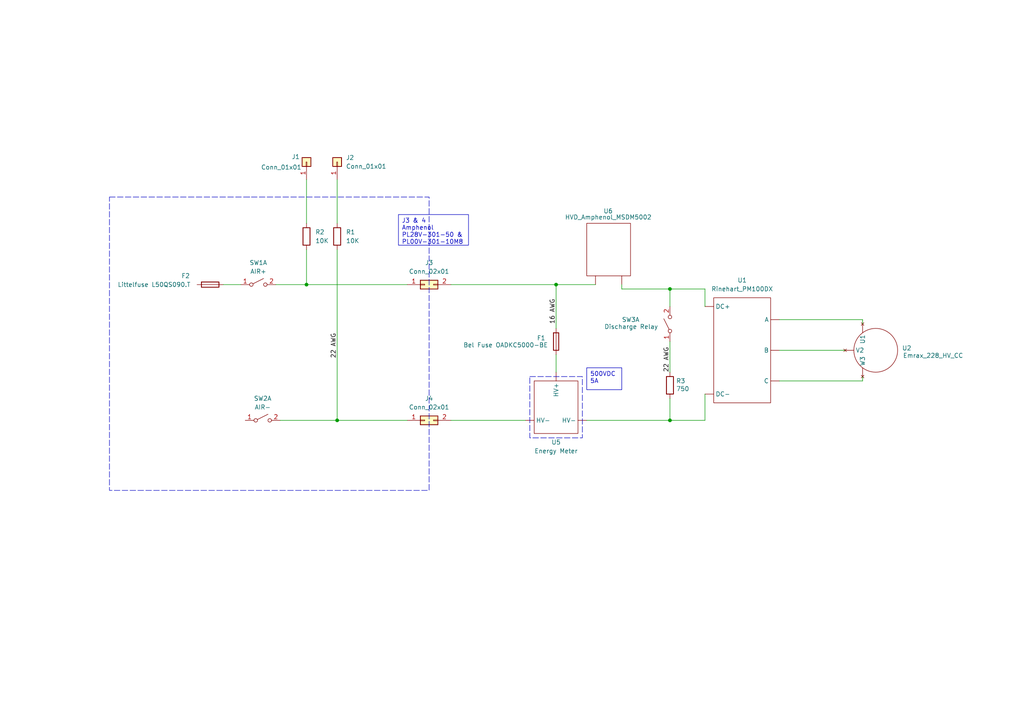
<source format=kicad_sch>
(kicad_sch
	(version 20231120)
	(generator "eeschema")
	(generator_version "8.0")
	(uuid "41dc5457-9c4a-49f9-a323-42ee3f93bfbc")
	(paper "A4")
	(lib_symbols
		(symbol "Connector_Generic:Conn_01x01"
			(pin_names
				(offset 1.016) hide)
			(exclude_from_sim no)
			(in_bom yes)
			(on_board yes)
			(property "Reference" "J"
				(at 0 2.54 0)
				(effects
					(font
						(size 1.27 1.27)
					)
				)
			)
			(property "Value" "Conn_01x01"
				(at 0 -2.54 0)
				(effects
					(font
						(size 1.27 1.27)
					)
				)
			)
			(property "Footprint" ""
				(at 0 0 0)
				(effects
					(font
						(size 1.27 1.27)
					)
					(hide yes)
				)
			)
			(property "Datasheet" "~"
				(at 0 0 0)
				(effects
					(font
						(size 1.27 1.27)
					)
					(hide yes)
				)
			)
			(property "Description" "Generic connector, single row, 01x01, script generated (kicad-library-utils/schlib/autogen/connector/)"
				(at 0 0 0)
				(effects
					(font
						(size 1.27 1.27)
					)
					(hide yes)
				)
			)
			(property "ki_keywords" "connector"
				(at 0 0 0)
				(effects
					(font
						(size 1.27 1.27)
					)
					(hide yes)
				)
			)
			(property "ki_fp_filters" "Connector*:*_1x??_*"
				(at 0 0 0)
				(effects
					(font
						(size 1.27 1.27)
					)
					(hide yes)
				)
			)
			(symbol "Conn_01x01_1_1"
				(rectangle
					(start -1.27 0.127)
					(end 0 -0.127)
					(stroke
						(width 0.1524)
						(type default)
					)
					(fill
						(type none)
					)
				)
				(rectangle
					(start -1.27 1.27)
					(end 1.27 -1.27)
					(stroke
						(width 0.254)
						(type default)
					)
					(fill
						(type background)
					)
				)
				(pin passive line
					(at -5.08 0 0)
					(length 3.81)
					(name "Pin_1"
						(effects
							(font
								(size 1.27 1.27)
							)
						)
					)
					(number "1"
						(effects
							(font
								(size 1.27 1.27)
							)
						)
					)
				)
			)
		)
		(symbol "Connector_Generic:Conn_02x01"
			(pin_names
				(offset 1.016) hide)
			(exclude_from_sim no)
			(in_bom yes)
			(on_board yes)
			(property "Reference" "J"
				(at 1.27 2.54 0)
				(effects
					(font
						(size 1.27 1.27)
					)
				)
			)
			(property "Value" "Conn_02x01"
				(at 1.27 -2.54 0)
				(effects
					(font
						(size 1.27 1.27)
					)
				)
			)
			(property "Footprint" ""
				(at 0 0 0)
				(effects
					(font
						(size 1.27 1.27)
					)
					(hide yes)
				)
			)
			(property "Datasheet" "~"
				(at 0 0 0)
				(effects
					(font
						(size 1.27 1.27)
					)
					(hide yes)
				)
			)
			(property "Description" "Generic connector, double row, 02x01, this symbol is compatible with counter-clockwise, top-bottom and odd-even numbering schemes., script generated (kicad-library-utils/schlib/autogen/connector/)"
				(at 0 0 0)
				(effects
					(font
						(size 1.27 1.27)
					)
					(hide yes)
				)
			)
			(property "ki_keywords" "connector"
				(at 0 0 0)
				(effects
					(font
						(size 1.27 1.27)
					)
					(hide yes)
				)
			)
			(property "ki_fp_filters" "Connector*:*_2x??_*"
				(at 0 0 0)
				(effects
					(font
						(size 1.27 1.27)
					)
					(hide yes)
				)
			)
			(symbol "Conn_02x01_1_1"
				(rectangle
					(start -1.27 0.127)
					(end 0 -0.127)
					(stroke
						(width 0.1524)
						(type default)
					)
					(fill
						(type none)
					)
				)
				(rectangle
					(start -1.27 1.27)
					(end 3.81 -1.27)
					(stroke
						(width 0.254)
						(type default)
					)
					(fill
						(type background)
					)
				)
				(rectangle
					(start 3.81 0.127)
					(end 2.54 -0.127)
					(stroke
						(width 0.1524)
						(type default)
					)
					(fill
						(type none)
					)
				)
				(pin passive line
					(at -5.08 0 0)
					(length 3.81)
					(name "Pin_1"
						(effects
							(font
								(size 1.27 1.27)
							)
						)
					)
					(number "1"
						(effects
							(font
								(size 1.27 1.27)
							)
						)
					)
				)
				(pin passive line
					(at 7.62 0 180)
					(length 3.81)
					(name "Pin_2"
						(effects
							(font
								(size 1.27 1.27)
							)
						)
					)
					(number "2"
						(effects
							(font
								(size 1.27 1.27)
							)
						)
					)
				)
			)
		)
		(symbol "Device:Fuse"
			(pin_numbers hide)
			(pin_names
				(offset 0)
			)
			(exclude_from_sim no)
			(in_bom yes)
			(on_board yes)
			(property "Reference" "F"
				(at 2.032 0 90)
				(effects
					(font
						(size 1.27 1.27)
					)
				)
			)
			(property "Value" "Fuse"
				(at -1.905 0 90)
				(effects
					(font
						(size 1.27 1.27)
					)
				)
			)
			(property "Footprint" ""
				(at -1.778 0 90)
				(effects
					(font
						(size 1.27 1.27)
					)
					(hide yes)
				)
			)
			(property "Datasheet" "~"
				(at 0 0 0)
				(effects
					(font
						(size 1.27 1.27)
					)
					(hide yes)
				)
			)
			(property "Description" "Fuse"
				(at 0 0 0)
				(effects
					(font
						(size 1.27 1.27)
					)
					(hide yes)
				)
			)
			(property "ki_keywords" "fuse"
				(at 0 0 0)
				(effects
					(font
						(size 1.27 1.27)
					)
					(hide yes)
				)
			)
			(property "ki_fp_filters" "*Fuse*"
				(at 0 0 0)
				(effects
					(font
						(size 1.27 1.27)
					)
					(hide yes)
				)
			)
			(symbol "Fuse_0_1"
				(rectangle
					(start -0.762 -2.54)
					(end 0.762 2.54)
					(stroke
						(width 0.254)
						(type default)
					)
					(fill
						(type none)
					)
				)
				(polyline
					(pts
						(xy 0 2.54) (xy 0 -2.54)
					)
					(stroke
						(width 0)
						(type default)
					)
					(fill
						(type none)
					)
				)
			)
			(symbol "Fuse_1_1"
				(pin passive line
					(at 0 3.81 270)
					(length 1.27)
					(name "~"
						(effects
							(font
								(size 1.27 1.27)
							)
						)
					)
					(number "1"
						(effects
							(font
								(size 1.27 1.27)
							)
						)
					)
				)
				(pin passive line
					(at 0 -3.81 90)
					(length 1.27)
					(name "~"
						(effects
							(font
								(size 1.27 1.27)
							)
						)
					)
					(number "2"
						(effects
							(font
								(size 1.27 1.27)
							)
						)
					)
				)
			)
		)
		(symbol "Device:R"
			(pin_numbers hide)
			(pin_names
				(offset 0)
			)
			(exclude_from_sim no)
			(in_bom yes)
			(on_board yes)
			(property "Reference" "R"
				(at 2.032 0 90)
				(effects
					(font
						(size 1.27 1.27)
					)
				)
			)
			(property "Value" "R"
				(at 0 0 90)
				(effects
					(font
						(size 1.27 1.27)
					)
				)
			)
			(property "Footprint" ""
				(at -1.778 0 90)
				(effects
					(font
						(size 1.27 1.27)
					)
					(hide yes)
				)
			)
			(property "Datasheet" "~"
				(at 0 0 0)
				(effects
					(font
						(size 1.27 1.27)
					)
					(hide yes)
				)
			)
			(property "Description" "Resistor"
				(at 0 0 0)
				(effects
					(font
						(size 1.27 1.27)
					)
					(hide yes)
				)
			)
			(property "ki_keywords" "R res resistor"
				(at 0 0 0)
				(effects
					(font
						(size 1.27 1.27)
					)
					(hide yes)
				)
			)
			(property "ki_fp_filters" "R_*"
				(at 0 0 0)
				(effects
					(font
						(size 1.27 1.27)
					)
					(hide yes)
				)
			)
			(symbol "R_0_1"
				(rectangle
					(start -1.016 -2.54)
					(end 1.016 2.54)
					(stroke
						(width 0.254)
						(type default)
					)
					(fill
						(type none)
					)
				)
			)
			(symbol "R_1_1"
				(pin passive line
					(at 0 3.81 270)
					(length 1.27)
					(name "~"
						(effects
							(font
								(size 1.27 1.27)
							)
						)
					)
					(number "1"
						(effects
							(font
								(size 1.27 1.27)
							)
						)
					)
				)
				(pin passive line
					(at 0 -3.81 90)
					(length 1.27)
					(name "~"
						(effects
							(font
								(size 1.27 1.27)
							)
						)
					)
					(number "2"
						(effects
							(font
								(size 1.27 1.27)
							)
						)
					)
				)
			)
		)
		(symbol "RM-EV:Emrax_228_HV_CC"
			(exclude_from_sim no)
			(in_bom yes)
			(on_board yes)
			(property "Reference" "U"
				(at 0 0 0)
				(effects
					(font
						(size 1.27 1.27)
					)
				)
			)
			(property "Value" "Emrax_228_HV_CC"
				(at 16.51 0 0)
				(effects
					(font
						(size 1.27 1.27)
					)
				)
			)
			(property "Footprint" ""
				(at 0 0 0)
				(effects
					(font
						(size 1.27 1.27)
					)
					(hide yes)
				)
			)
			(property "Datasheet" ""
				(at 0 0 0)
				(effects
					(font
						(size 1.27 1.27)
					)
					(hide yes)
				)
			)
			(property "Description" ""
				(at 0 0 0)
				(effects
					(font
						(size 1.27 1.27)
					)
					(hide yes)
				)
			)
			(symbol "Emrax_228_HV_CC_0_1"
				(circle
					(center 0 0)
					(radius 6.35)
					(stroke
						(width 0)
						(type default)
					)
					(fill
						(type none)
					)
				)
			)
			(symbol "Emrax_228_HV_CC_1_1"
				(pin no_connect line
					(at -3.81 7.62 270)
					(length 2.54)
					(name "U1"
						(effects
							(font
								(size 1.27 1.27)
							)
						)
					)
					(number ""
						(effects
							(font
								(size 1.27 1.27)
							)
						)
					)
				)
				(pin no_connect line
					(at -8.89 0 0)
					(length 2.54)
					(name "V2"
						(effects
							(font
								(size 1.27 1.27)
							)
						)
					)
					(number ""
						(effects
							(font
								(size 1.27 1.27)
							)
						)
					)
				)
				(pin no_connect line
					(at -3.81 -7.62 90)
					(length 2.54)
					(name "W3"
						(effects
							(font
								(size 1.27 1.27)
							)
						)
					)
					(number ""
						(effects
							(font
								(size 1.27 1.27)
							)
						)
					)
				)
			)
		)
		(symbol "RM-EV:Energy_Meter"
			(exclude_from_sim no)
			(in_bom yes)
			(on_board yes)
			(property "Reference" "U"
				(at 0 0 0)
				(effects
					(font
						(size 1.27 1.27)
					)
				)
			)
			(property "Value" "Energy Meter"
				(at 13.208 0 0)
				(effects
					(font
						(size 1.27 1.27)
					)
				)
			)
			(property "Footprint" ""
				(at 0 0 0)
				(effects
					(font
						(size 1.27 1.27)
					)
					(hide yes)
				)
			)
			(property "Datasheet" ""
				(at 0 0 0)
				(effects
					(font
						(size 1.27 1.27)
					)
					(hide yes)
				)
			)
			(property "Description" ""
				(at 0 0 0)
				(effects
					(font
						(size 1.27 1.27)
					)
					(hide yes)
				)
			)
			(symbol "Energy_Meter_0_1"
				(rectangle
					(start -6.35 7.62)
					(end 6.35 -7.62)
					(stroke
						(width 0)
						(type default)
					)
					(fill
						(type none)
					)
				)
			)
			(symbol "Energy_Meter_1_1"
				(pin input line
					(at 0 10.16 270)
					(length 2.54)
					(name "HV+"
						(effects
							(font
								(size 1.27 1.27)
							)
						)
					)
					(number ""
						(effects
							(font
								(size 1.27 1.27)
							)
						)
					)
				)
				(pin input line
					(at -8.89 -3.81 0)
					(length 2.54)
					(name "HV-"
						(effects
							(font
								(size 1.27 1.27)
							)
						)
					)
					(number ""
						(effects
							(font
								(size 1.27 1.27)
							)
						)
					)
				)
				(pin output line
					(at 8.89 -3.81 180)
					(length 2.54)
					(name "HV-"
						(effects
							(font
								(size 1.27 1.27)
							)
						)
					)
					(number ""
						(effects
							(font
								(size 1.27 1.27)
							)
						)
					)
				)
			)
		)
		(symbol "RM-EV:HVD_Amphenol_MSDM5002"
			(exclude_from_sim no)
			(in_bom yes)
			(on_board yes)
			(property "Reference" "U"
				(at 0 0 0)
				(effects
					(font
						(size 1.27 1.27)
					)
				)
			)
			(property "Value" "HVD_Amphenol_MSDM5002"
				(at 0.508 13.208 0)
				(effects
					(font
						(size 1.27 1.27)
					)
				)
			)
			(property "Footprint" ""
				(at 0 0 0)
				(effects
					(font
						(size 1.27 1.27)
					)
					(hide yes)
				)
			)
			(property "Datasheet" ""
				(at 0 0 0)
				(effects
					(font
						(size 1.27 1.27)
					)
					(hide yes)
				)
			)
			(property "Description" ""
				(at 0 0 0)
				(effects
					(font
						(size 1.27 1.27)
					)
					(hide yes)
				)
			)
			(symbol "HVD_Amphenol_MSDM5002_0_1"
				(rectangle
					(start -6.35 7.62)
					(end 6.35 -7.62)
					(stroke
						(width 0)
						(type default)
					)
					(fill
						(type none)
					)
				)
			)
			(symbol "HVD_Amphenol_MSDM5002_1_1"
				(pin input line
					(at -3.81 -10.16 90)
					(length 2.54)
					(name ""
						(effects
							(font
								(size 1.27 1.27)
							)
						)
					)
					(number ""
						(effects
							(font
								(size 1.27 1.27)
							)
						)
					)
				)
				(pin output line
					(at 3.81 -10.16 90)
					(length 2.54)
					(name ""
						(effects
							(font
								(size 1.27 1.27)
							)
						)
					)
					(number ""
						(effects
							(font
								(size 1.27 1.27)
							)
						)
					)
				)
			)
		)
		(symbol "RM-EV:Rinehart_PM100DX"
			(exclude_from_sim no)
			(in_bom yes)
			(on_board yes)
			(property "Reference" "U"
				(at 0.762 -0.762 0)
				(effects
					(font
						(size 1.27 1.27)
					)
				)
			)
			(property "Value" "Rinehart_PM100DX"
				(at -17.018 -0.762 0)
				(effects
					(font
						(size 1.27 1.27)
					)
				)
			)
			(property "Footprint" ""
				(at 0.762 -0.762 0)
				(effects
					(font
						(size 1.27 1.27)
					)
					(hide yes)
				)
			)
			(property "Datasheet" ""
				(at 0.762 -0.762 0)
				(effects
					(font
						(size 1.27 1.27)
					)
					(hide yes)
				)
			)
			(property "Description" ""
				(at 0.762 -0.762 0)
				(effects
					(font
						(size 1.27 1.27)
					)
					(hide yes)
				)
			)
			(symbol "Rinehart_PM100DX_0_1"
				(rectangle
					(start -7.62 13.97)
					(end 8.89 -16.51)
					(stroke
						(width 0)
						(type default)
					)
					(fill
						(type none)
					)
				)
			)
			(symbol "Rinehart_PM100DX_1_1"
				(pin output line
					(at 11.43 7.62 180)
					(length 2.54)
					(name "A"
						(effects
							(font
								(size 1.27 1.27)
							)
						)
					)
					(number ""
						(effects
							(font
								(size 1.27 1.27)
							)
						)
					)
				)
				(pin output line
					(at 11.43 -1.27 180)
					(length 2.54)
					(name "B"
						(effects
							(font
								(size 1.27 1.27)
							)
						)
					)
					(number ""
						(effects
							(font
								(size 1.27 1.27)
							)
						)
					)
				)
				(pin output line
					(at 11.43 -10.16 180)
					(length 2.54)
					(name "C"
						(effects
							(font
								(size 1.27 1.27)
							)
						)
					)
					(number ""
						(effects
							(font
								(size 1.27 1.27)
							)
						)
					)
				)
				(pin input line
					(at -10.16 11.43 0)
					(length 2.54)
					(name "DC+"
						(effects
							(font
								(size 1.27 1.27)
							)
						)
					)
					(number ""
						(effects
							(font
								(size 1.27 1.27)
							)
						)
					)
				)
				(pin input line
					(at -10.16 -13.97 0)
					(length 2.54)
					(name "DC-"
						(effects
							(font
								(size 1.27 1.27)
							)
						)
					)
					(number ""
						(effects
							(font
								(size 1.27 1.27)
							)
						)
					)
				)
			)
		)
		(symbol "Switch:SW_DPST_x2"
			(pin_names
				(offset 0) hide)
			(exclude_from_sim no)
			(in_bom yes)
			(on_board yes)
			(property "Reference" "SW"
				(at 0 3.175 0)
				(effects
					(font
						(size 1.27 1.27)
					)
				)
			)
			(property "Value" "SW_DPST_x2"
				(at 0 -2.54 0)
				(effects
					(font
						(size 1.27 1.27)
					)
				)
			)
			(property "Footprint" ""
				(at 0 0 0)
				(effects
					(font
						(size 1.27 1.27)
					)
					(hide yes)
				)
			)
			(property "Datasheet" "~"
				(at 0 0 0)
				(effects
					(font
						(size 1.27 1.27)
					)
					(hide yes)
				)
			)
			(property "Description" "Single Pole Single Throw (SPST) switch, separate symbol"
				(at 0 0 0)
				(effects
					(font
						(size 1.27 1.27)
					)
					(hide yes)
				)
			)
			(property "ki_keywords" "switch lever"
				(at 0 0 0)
				(effects
					(font
						(size 1.27 1.27)
					)
					(hide yes)
				)
			)
			(symbol "SW_DPST_x2_0_0"
				(circle
					(center -2.032 0)
					(radius 0.508)
					(stroke
						(width 0)
						(type default)
					)
					(fill
						(type none)
					)
				)
				(polyline
					(pts
						(xy -1.524 0.254) (xy 1.524 1.778)
					)
					(stroke
						(width 0)
						(type default)
					)
					(fill
						(type none)
					)
				)
				(circle
					(center 2.032 0)
					(radius 0.508)
					(stroke
						(width 0)
						(type default)
					)
					(fill
						(type none)
					)
				)
			)
			(symbol "SW_DPST_x2_1_1"
				(pin passive line
					(at -5.08 0 0)
					(length 2.54)
					(name "A"
						(effects
							(font
								(size 1.27 1.27)
							)
						)
					)
					(number "1"
						(effects
							(font
								(size 1.27 1.27)
							)
						)
					)
				)
				(pin passive line
					(at 5.08 0 180)
					(length 2.54)
					(name "B"
						(effects
							(font
								(size 1.27 1.27)
							)
						)
					)
					(number "2"
						(effects
							(font
								(size 1.27 1.27)
							)
						)
					)
				)
			)
			(symbol "SW_DPST_x2_2_1"
				(pin passive line
					(at -5.08 0 0)
					(length 2.54)
					(name "A"
						(effects
							(font
								(size 1.27 1.27)
							)
						)
					)
					(number "3"
						(effects
							(font
								(size 1.27 1.27)
							)
						)
					)
				)
				(pin passive line
					(at 5.08 0 180)
					(length 2.54)
					(name "B"
						(effects
							(font
								(size 1.27 1.27)
							)
						)
					)
					(number "4"
						(effects
							(font
								(size 1.27 1.27)
							)
						)
					)
				)
			)
		)
	)
	(junction
		(at 88.9 82.55)
		(diameter 0)
		(color 0 0 0 0)
		(uuid "43cec0a2-2e74-4314-9801-26949c059e60")
	)
	(junction
		(at 194.31 121.92)
		(diameter 0)
		(color 0 0 0 0)
		(uuid "69e90ea9-4a8e-454b-8d00-6d2136c70b3a")
	)
	(junction
		(at 161.29 82.55)
		(diameter 0)
		(color 0 0 0 0)
		(uuid "93b6acb7-aded-441a-9fae-a212a16e0fa7")
	)
	(junction
		(at 194.31 83.82)
		(diameter 0)
		(color 0 0 0 0)
		(uuid "c6ba9603-c5ac-4319-a78c-a67fef39bca5")
	)
	(junction
		(at 97.79 121.92)
		(diameter 0)
		(color 0 0 0 0)
		(uuid "e92152e7-46c1-4535-a1e6-47d671bbadba")
	)
	(wire
		(pts
			(xy 161.29 82.55) (xy 161.29 95.25)
		)
		(stroke
			(width 0)
			(type default)
		)
		(uuid "0510c23c-2bcf-4e98-a857-004b4b76d646")
	)
	(wire
		(pts
			(xy 180.34 82.55) (xy 180.34 83.82)
		)
		(stroke
			(width 0)
			(type default)
		)
		(uuid "09ad526b-8a31-4ca8-9c4f-e9750c9592a0")
	)
	(wire
		(pts
			(xy 161.29 102.87) (xy 161.29 107.95)
		)
		(stroke
			(width 0)
			(type default)
		)
		(uuid "187190a3-fc0c-4889-a268-901f24a2324b")
	)
	(wire
		(pts
			(xy 80.01 82.55) (xy 88.9 82.55)
		)
		(stroke
			(width 0)
			(type default)
		)
		(uuid "299634dd-607d-4018-8419-1016c946f900")
	)
	(wire
		(pts
			(xy 194.31 115.57) (xy 194.31 121.92)
		)
		(stroke
			(width 0)
			(type default)
		)
		(uuid "2b2324cb-36c6-455f-825b-861af7d947d2")
	)
	(wire
		(pts
			(xy 204.47 88.9) (xy 204.47 83.82)
		)
		(stroke
			(width 0)
			(type default)
		)
		(uuid "2c4c1b19-ddf2-40c8-9cfb-a7799039e149")
	)
	(wire
		(pts
			(xy 204.47 114.3) (xy 204.47 121.92)
		)
		(stroke
			(width 0)
			(type default)
		)
		(uuid "3447ab02-9b36-4e06-917c-760ba3b53dc3")
	)
	(wire
		(pts
			(xy 250.19 109.22) (xy 250.19 110.49)
		)
		(stroke
			(width 0)
			(type default)
		)
		(uuid "4d0b516c-f084-405a-ae7a-09fe8c53d54a")
	)
	(wire
		(pts
			(xy 194.31 107.95) (xy 194.31 99.06)
		)
		(stroke
			(width 0)
			(type default)
		)
		(uuid "53c992a8-5ce6-47fb-bddd-9a7b8fcf343f")
	)
	(wire
		(pts
			(xy 204.47 83.82) (xy 194.31 83.82)
		)
		(stroke
			(width 0)
			(type default)
		)
		(uuid "60f64cc5-685b-4a7e-a9db-e49ddd26cd28")
	)
	(wire
		(pts
			(xy 97.79 52.07) (xy 97.79 64.77)
		)
		(stroke
			(width 0)
			(type default)
		)
		(uuid "62ff2c20-c261-44b1-b6e9-5fffa4d5d0b6")
	)
	(wire
		(pts
			(xy 64.77 82.55) (xy 69.85 82.55)
		)
		(stroke
			(width 0)
			(type default)
		)
		(uuid "6e547486-5fe9-4a3b-bf54-85aac689fec9")
	)
	(wire
		(pts
			(xy 204.47 121.92) (xy 194.31 121.92)
		)
		(stroke
			(width 0)
			(type default)
		)
		(uuid "704b5a4b-3c89-42dd-99ec-2c90dad67f43")
	)
	(wire
		(pts
			(xy 170.18 121.92) (xy 194.31 121.92)
		)
		(stroke
			(width 0)
			(type default)
		)
		(uuid "75b83987-a5fd-4f7a-a93f-8b159537e2ca")
	)
	(wire
		(pts
			(xy 161.29 82.55) (xy 172.72 82.55)
		)
		(stroke
			(width 0)
			(type default)
		)
		(uuid "7a2c90fd-8219-4f16-91c3-9faf81d42d72")
	)
	(wire
		(pts
			(xy 97.79 121.92) (xy 118.11 121.92)
		)
		(stroke
			(width 0)
			(type default)
		)
		(uuid "8a417d84-483e-4435-996d-d19a88848b73")
	)
	(wire
		(pts
			(xy 180.34 83.82) (xy 194.31 83.82)
		)
		(stroke
			(width 0)
			(type default)
		)
		(uuid "8c056fe2-b7da-488d-aafb-825bfe6d0485")
	)
	(wire
		(pts
			(xy 194.31 83.82) (xy 194.31 88.9)
		)
		(stroke
			(width 0)
			(type default)
		)
		(uuid "8df113a9-fc2b-4f31-a177-16ff595cafa2")
	)
	(wire
		(pts
			(xy 88.9 52.07) (xy 88.9 64.77)
		)
		(stroke
			(width 0)
			(type default)
		)
		(uuid "8f7529e5-9c08-4aaf-8caf-0dc1278767da")
	)
	(wire
		(pts
			(xy 250.19 93.98) (xy 250.19 92.71)
		)
		(stroke
			(width 0)
			(type default)
		)
		(uuid "982ef825-4628-4384-a9bf-6197a02cef68")
	)
	(wire
		(pts
			(xy 88.9 82.55) (xy 118.11 82.55)
		)
		(stroke
			(width 0)
			(type default)
		)
		(uuid "a4bc60e6-bd13-4372-82ed-ff63fa5e41fa")
	)
	(wire
		(pts
			(xy 226.06 101.6) (xy 245.11 101.6)
		)
		(stroke
			(width 0)
			(type default)
		)
		(uuid "b1962b11-318a-4add-911d-b3a9d6a197a4")
	)
	(wire
		(pts
			(xy 130.81 82.55) (xy 161.29 82.55)
		)
		(stroke
			(width 0)
			(type default)
		)
		(uuid "b1fba270-c611-4c5c-bc90-69734d9677a2")
	)
	(wire
		(pts
			(xy 130.81 121.92) (xy 152.4 121.92)
		)
		(stroke
			(width 0)
			(type default)
		)
		(uuid "b334585f-0ff9-4662-b204-c8964ef2232e")
	)
	(wire
		(pts
			(xy 81.28 121.92) (xy 97.79 121.92)
		)
		(stroke
			(width 0)
			(type default)
		)
		(uuid "caab65e0-e99d-44c8-a500-1975049de2ed")
	)
	(wire
		(pts
			(xy 88.9 72.39) (xy 88.9 82.55)
		)
		(stroke
			(width 0)
			(type default)
		)
		(uuid "e6ca2749-120b-4afe-9c8d-f61a9ea6076f")
	)
	(wire
		(pts
			(xy 97.79 72.39) (xy 97.79 121.92)
		)
		(stroke
			(width 0)
			(type default)
		)
		(uuid "f4af14fa-7390-4a51-b324-9fd0fb7d1a18")
	)
	(wire
		(pts
			(xy 250.19 110.49) (xy 226.06 110.49)
		)
		(stroke
			(width 0)
			(type default)
		)
		(uuid "fc546dfa-8a11-4ddb-a48c-646e179fa34e")
	)
	(wire
		(pts
			(xy 250.19 92.71) (xy 226.06 92.71)
		)
		(stroke
			(width 0)
			(type default)
		)
		(uuid "fdbb1c90-33f6-40ac-91c9-6fb1b92dabc5")
	)
	(rectangle
		(start 72.39 57.15)
		(end 72.39 57.15)
		(stroke
			(width 0)
			(type default)
		)
		(fill
			(type none)
		)
		(uuid 23545c4c-5d0c-4968-af25-30b51e229f09)
	)
	(rectangle
		(start 111.76 57.15)
		(end 111.76 57.15)
		(stroke
			(width 0)
			(type dash)
		)
		(fill
			(type none)
		)
		(uuid 691cb50f-a936-4c84-9a68-44ffe7e49044)
	)
	(rectangle
		(start 153.67 109.22)
		(end 168.91 127)
		(stroke
			(width 0)
			(type dash)
		)
		(fill
			(type none)
		)
		(uuid 6f2ba658-c24b-4327-ba99-e26803c331a5)
	)
	(rectangle
		(start 31.75 57.15)
		(end 124.46 142.24)
		(stroke
			(width 0)
			(type dash)
		)
		(fill
			(type none)
		)
		(uuid a7c39ff7-2d14-4384-a48d-f66f6ed30150)
	)
	(rectangle
		(start 72.39 57.15)
		(end 72.39 57.15)
		(stroke
			(width 0)
			(type default)
		)
		(fill
			(type none)
		)
		(uuid dde85212-baed-4791-8f09-a456eb679a1e)
	)
	(text_box "J3 & 4\nAmphenol\nPL28V-301-50 &\nPL00V-301-10M8"
		(exclude_from_sim no)
		(at 115.57 62.23 0)
		(size 20.32 8.89)
		(stroke
			(width 0)
			(type default)
		)
		(fill
			(type none)
		)
		(effects
			(font
				(size 1.27 1.27)
			)
			(justify left top)
		)
		(uuid "63e900e7-3a76-4a63-b3c9-8008f68c45c9")
	)
	(text_box "500VDC\n5A"
		(exclude_from_sim no)
		(at 170.18 106.68 0)
		(size 10.16 6.35)
		(stroke
			(width 0)
			(type default)
		)
		(fill
			(type none)
		)
		(effects
			(font
				(size 1.27 1.27)
			)
			(justify left top)
		)
		(uuid "d5bcdfd1-6b8e-42ad-8006-28a5e2849592")
	)
	(label "22 AWG"
		(at 194.31 107.95 90)
		(fields_autoplaced yes)
		(effects
			(font
				(size 1.27 1.27)
			)
			(justify left bottom)
		)
		(uuid "1419bfa6-3ff7-48f0-83eb-bd5b691cc57a")
	)
	(label "16 AWG"
		(at 161.29 93.98 90)
		(fields_autoplaced yes)
		(effects
			(font
				(size 1.27 1.27)
			)
			(justify left bottom)
		)
		(uuid "4295ba1a-7155-47c0-a803-46cb966549d2")
	)
	(label "22 AWG"
		(at 97.79 96.52 270)
		(fields_autoplaced yes)
		(effects
			(font
				(size 1.27 1.27)
			)
			(justify right bottom)
		)
		(uuid "7ed602c5-ac25-44c7-b999-84ba7e64edf7")
	)
	(symbol
		(lib_id "Connector_Generic:Conn_01x01")
		(at 97.79 46.99 90)
		(unit 1)
		(exclude_from_sim no)
		(in_bom yes)
		(on_board yes)
		(dnp no)
		(fields_autoplaced yes)
		(uuid "0ad4e9b6-584a-4515-8e04-551fdd9570c9")
		(property "Reference" "J2"
			(at 100.33 45.7199 90)
			(effects
				(font
					(size 1.27 1.27)
				)
				(justify right)
			)
		)
		(property "Value" "Conn_01x01"
			(at 100.33 48.2599 90)
			(effects
				(font
					(size 1.27 1.27)
				)
				(justify right)
			)
		)
		(property "Footprint" ""
			(at 97.79 46.99 0)
			(effects
				(font
					(size 1.27 1.27)
				)
				(hide yes)
			)
		)
		(property "Datasheet" "~"
			(at 97.79 46.99 0)
			(effects
				(font
					(size 1.27 1.27)
				)
				(hide yes)
			)
		)
		(property "Description" "Generic connector, single row, 01x01, script generated (kicad-library-utils/schlib/autogen/connector/)"
			(at 97.79 46.99 0)
			(effects
				(font
					(size 1.27 1.27)
				)
				(hide yes)
			)
		)
		(pin "1"
			(uuid "c8ed1204-9689-4738-aeee-8f2c8c7708c1")
		)
		(instances
			(project ""
				(path "/41dc5457-9c4a-49f9-a323-42ee3f93bfbc"
					(reference "J2")
					(unit 1)
				)
			)
		)
	)
	(symbol
		(lib_id "Device:R")
		(at 194.31 111.76 0)
		(unit 1)
		(exclude_from_sim no)
		(in_bom yes)
		(on_board yes)
		(dnp no)
		(uuid "0c3231f5-e94f-4c30-9d47-c2f9216100dc")
		(property "Reference" "R3"
			(at 196.088 110.49 0)
			(effects
				(font
					(size 1.27 1.27)
				)
				(justify left)
			)
		)
		(property "Value" "750"
			(at 196.088 112.776 0)
			(effects
				(font
					(size 1.27 1.27)
				)
				(justify left)
			)
		)
		(property "Footprint" ""
			(at 192.532 111.76 90)
			(effects
				(font
					(size 1.27 1.27)
				)
				(hide yes)
			)
		)
		(property "Datasheet" "~"
			(at 194.31 111.76 0)
			(effects
				(font
					(size 1.27 1.27)
				)
				(hide yes)
			)
		)
		(property "Description" "Resistor"
			(at 194.31 111.76 0)
			(effects
				(font
					(size 1.27 1.27)
				)
				(hide yes)
			)
		)
		(pin "2"
			(uuid "c50de97a-b965-497a-91ba-933df84350f0")
		)
		(pin "1"
			(uuid "b538b9b1-a1b8-4f30-b484-339e738c85a9")
		)
		(instances
			(project "ESF"
				(path "/41dc5457-9c4a-49f9-a323-42ee3f93bfbc"
					(reference "R3")
					(unit 1)
				)
			)
		)
	)
	(symbol
		(lib_id "Connector_Generic:Conn_02x01")
		(at 123.19 82.55 0)
		(unit 1)
		(exclude_from_sim no)
		(in_bom yes)
		(on_board yes)
		(dnp no)
		(fields_autoplaced yes)
		(uuid "4684ab8a-5caa-40ed-ba65-62bdc3953e81")
		(property "Reference" "J3"
			(at 124.46 76.2 0)
			(effects
				(font
					(size 1.27 1.27)
				)
			)
		)
		(property "Value" "Conn_02x01"
			(at 124.46 78.74 0)
			(effects
				(font
					(size 1.27 1.27)
				)
			)
		)
		(property "Footprint" ""
			(at 123.19 82.55 0)
			(effects
				(font
					(size 1.27 1.27)
				)
				(hide yes)
			)
		)
		(property "Datasheet" "~"
			(at 123.19 82.55 0)
			(effects
				(font
					(size 1.27 1.27)
				)
				(hide yes)
			)
		)
		(property "Description" "Generic connector, double row, 02x01, this symbol is compatible with counter-clockwise, top-bottom and odd-even numbering schemes., script generated (kicad-library-utils/schlib/autogen/connector/)"
			(at 123.19 82.55 0)
			(effects
				(font
					(size 1.27 1.27)
				)
				(hide yes)
			)
		)
		(pin "2"
			(uuid "7407d323-0a1c-4361-9106-5e64e18a790f")
		)
		(pin "1"
			(uuid "2c6ec85b-2f05-48ad-a2f5-67e961d94850")
		)
		(instances
			(project ""
				(path "/41dc5457-9c4a-49f9-a323-42ee3f93bfbc"
					(reference "J3")
					(unit 1)
				)
			)
		)
	)
	(symbol
		(lib_id "Device:R")
		(at 97.79 68.58 0)
		(unit 1)
		(exclude_from_sim no)
		(in_bom yes)
		(on_board yes)
		(dnp no)
		(fields_autoplaced yes)
		(uuid "47640fdc-381c-4bd8-8bcb-2a5420a296ad")
		(property "Reference" "R1"
			(at 100.33 67.3099 0)
			(effects
				(font
					(size 1.27 1.27)
				)
				(justify left)
			)
		)
		(property "Value" "10K"
			(at 100.33 69.8499 0)
			(effects
				(font
					(size 1.27 1.27)
				)
				(justify left)
			)
		)
		(property "Footprint" ""
			(at 96.012 68.58 90)
			(effects
				(font
					(size 1.27 1.27)
				)
				(hide yes)
			)
		)
		(property "Datasheet" "~"
			(at 97.79 68.58 0)
			(effects
				(font
					(size 1.27 1.27)
				)
				(hide yes)
			)
		)
		(property "Description" "Resistor"
			(at 97.79 68.58 0)
			(effects
				(font
					(size 1.27 1.27)
				)
				(hide yes)
			)
		)
		(pin "2"
			(uuid "9d514cc0-7a7a-4642-be8e-b706358a8f68")
		)
		(pin "1"
			(uuid "7f6d509a-9914-4aa8-a4b8-953d96df75e4")
		)
		(instances
			(project ""
				(path "/41dc5457-9c4a-49f9-a323-42ee3f93bfbc"
					(reference "R1")
					(unit 1)
				)
			)
		)
	)
	(symbol
		(lib_id "Switch:SW_DPST_x2")
		(at 194.31 93.98 90)
		(unit 1)
		(exclude_from_sim no)
		(in_bom yes)
		(on_board yes)
		(dnp no)
		(uuid "4aa6e7a9-7fd1-45b4-b6d5-dc7c4656ce21")
		(property "Reference" "SW3"
			(at 180.34 92.71 90)
			(effects
				(font
					(size 1.27 1.27)
				)
				(justify right)
			)
		)
		(property "Value" "Discharge Relay"
			(at 175.26 94.742 90)
			(effects
				(font
					(size 1.27 1.27)
				)
				(justify right)
			)
		)
		(property "Footprint" ""
			(at 194.31 93.98 0)
			(effects
				(font
					(size 1.27 1.27)
				)
				(hide yes)
			)
		)
		(property "Datasheet" "~"
			(at 194.31 93.98 0)
			(effects
				(font
					(size 1.27 1.27)
				)
				(hide yes)
			)
		)
		(property "Description" "Single Pole Single Throw (SPST) switch, separate symbol"
			(at 194.31 93.98 0)
			(effects
				(font
					(size 1.27 1.27)
				)
				(hide yes)
			)
		)
		(pin "1"
			(uuid "4c53aef9-6d5f-4afe-9262-150d2cf085e9")
		)
		(pin "3"
			(uuid "b98b6e8b-aab2-4717-bf70-58989d22a7bf")
		)
		(pin "4"
			(uuid "33c4c57a-57de-4f20-90a3-bc9934701faa")
		)
		(pin "2"
			(uuid "c87edfe6-52be-48db-a11b-1fbd4da29621")
		)
		(instances
			(project "ESF"
				(path "/41dc5457-9c4a-49f9-a323-42ee3f93bfbc"
					(reference "SW3")
					(unit 1)
				)
			)
		)
	)
	(symbol
		(lib_id "Connector_Generic:Conn_01x01")
		(at 88.9 46.99 90)
		(unit 1)
		(exclude_from_sim no)
		(in_bom yes)
		(on_board yes)
		(dnp no)
		(uuid "5654c344-4b01-478f-803e-b31caf120de2")
		(property "Reference" "J1"
			(at 84.582 45.466 90)
			(effects
				(font
					(size 1.27 1.27)
				)
				(justify right)
			)
		)
		(property "Value" "Conn_01x01"
			(at 75.692 48.514 90)
			(effects
				(font
					(size 1.27 1.27)
				)
				(justify right)
			)
		)
		(property "Footprint" ""
			(at 88.9 46.99 0)
			(effects
				(font
					(size 1.27 1.27)
				)
				(hide yes)
			)
		)
		(property "Datasheet" "~"
			(at 88.9 46.99 0)
			(effects
				(font
					(size 1.27 1.27)
				)
				(hide yes)
			)
		)
		(property "Description" "Generic connector, single row, 01x01, script generated (kicad-library-utils/schlib/autogen/connector/)"
			(at 88.9 46.99 0)
			(effects
				(font
					(size 1.27 1.27)
				)
				(hide yes)
			)
		)
		(pin "1"
			(uuid "d02987b6-d963-4101-bd37-fbb3ec496d5f")
		)
		(instances
			(project "ESF"
				(path "/41dc5457-9c4a-49f9-a323-42ee3f93bfbc"
					(reference "J1")
					(unit 1)
				)
			)
		)
	)
	(symbol
		(lib_id "Device:R")
		(at 88.9 68.58 0)
		(unit 1)
		(exclude_from_sim no)
		(in_bom yes)
		(on_board yes)
		(dnp no)
		(fields_autoplaced yes)
		(uuid "62ef7919-8af5-473a-a034-09d0a7a9a96f")
		(property "Reference" "R2"
			(at 91.44 67.3099 0)
			(effects
				(font
					(size 1.27 1.27)
				)
				(justify left)
			)
		)
		(property "Value" "10K"
			(at 91.44 69.8499 0)
			(effects
				(font
					(size 1.27 1.27)
				)
				(justify left)
			)
		)
		(property "Footprint" ""
			(at 87.122 68.58 90)
			(effects
				(font
					(size 1.27 1.27)
				)
				(hide yes)
			)
		)
		(property "Datasheet" "~"
			(at 88.9 68.58 0)
			(effects
				(font
					(size 1.27 1.27)
				)
				(hide yes)
			)
		)
		(property "Description" "Resistor"
			(at 88.9 68.58 0)
			(effects
				(font
					(size 1.27 1.27)
				)
				(hide yes)
			)
		)
		(pin "2"
			(uuid "0edac4bb-ebb2-42eb-9de8-b7e86c9dfa43")
		)
		(pin "1"
			(uuid "e765d1fd-0ffb-4117-b0c1-585e270d02ad")
		)
		(instances
			(project "ESF"
				(path "/41dc5457-9c4a-49f9-a323-42ee3f93bfbc"
					(reference "R2")
					(unit 1)
				)
			)
		)
	)
	(symbol
		(lib_id "RM-EV:Emrax_228_HV_CC")
		(at 254 101.6 0)
		(unit 1)
		(exclude_from_sim no)
		(in_bom yes)
		(on_board yes)
		(dnp no)
		(uuid "663dacda-0309-4674-ac2d-6e408325b649")
		(property "Reference" "U2"
			(at 261.62 100.9649 0)
			(effects
				(font
					(size 1.27 1.27)
				)
				(justify left)
			)
		)
		(property "Value" "Emrax_228_HV_CC"
			(at 261.874 103.124 0)
			(effects
				(font
					(size 1.27 1.27)
				)
				(justify left)
			)
		)
		(property "Footprint" ""
			(at 254 101.6 0)
			(effects
				(font
					(size 1.27 1.27)
				)
				(hide yes)
			)
		)
		(property "Datasheet" ""
			(at 254 101.6 0)
			(effects
				(font
					(size 1.27 1.27)
				)
				(hide yes)
			)
		)
		(property "Description" ""
			(at 254 101.6 0)
			(effects
				(font
					(size 1.27 1.27)
				)
				(hide yes)
			)
		)
		(pin ""
			(uuid "b8dc84e1-0f07-4a23-80ff-bbe2a662dd61")
		)
		(pin ""
			(uuid "c912c1dc-7ff0-4945-aa84-8baf6148da8f")
		)
		(pin ""
			(uuid "6aeca1d3-a455-4e6f-8a2a-d9bf8d164b4a")
		)
		(instances
			(project ""
				(path "/41dc5457-9c4a-49f9-a323-42ee3f93bfbc"
					(reference "U2")
					(unit 1)
				)
			)
		)
	)
	(symbol
		(lib_id "Switch:SW_DPST_x2")
		(at 74.93 82.55 0)
		(unit 1)
		(exclude_from_sim no)
		(in_bom yes)
		(on_board yes)
		(dnp no)
		(fields_autoplaced yes)
		(uuid "68a77618-eb6f-405f-9a42-a42f2c902f13")
		(property "Reference" "SW1"
			(at 74.93 76.2 0)
			(effects
				(font
					(size 1.27 1.27)
				)
			)
		)
		(property "Value" "AIR+"
			(at 74.93 78.74 0)
			(effects
				(font
					(size 1.27 1.27)
				)
			)
		)
		(property "Footprint" ""
			(at 74.93 82.55 0)
			(effects
				(font
					(size 1.27 1.27)
				)
				(hide yes)
			)
		)
		(property "Datasheet" "~"
			(at 74.93 82.55 0)
			(effects
				(font
					(size 1.27 1.27)
				)
				(hide yes)
			)
		)
		(property "Description" "Single Pole Single Throw (SPST) switch, separate symbol"
			(at 74.93 82.55 0)
			(effects
				(font
					(size 1.27 1.27)
				)
				(hide yes)
			)
		)
		(pin "1"
			(uuid "00f7fbc9-8294-4852-8dc7-22e7646a8a3e")
		)
		(pin "3"
			(uuid "b98b6e8b-aab2-4717-bf70-58989d22a7c0")
		)
		(pin "4"
			(uuid "33c4c57a-57de-4f20-90a3-bc9934701fab")
		)
		(pin "2"
			(uuid "faebd485-8258-4782-a55a-f9617db01b47")
		)
		(instances
			(project ""
				(path "/41dc5457-9c4a-49f9-a323-42ee3f93bfbc"
					(reference "SW1")
					(unit 1)
				)
			)
		)
	)
	(symbol
		(lib_id "Device:Fuse")
		(at 60.96 82.55 90)
		(unit 1)
		(exclude_from_sim no)
		(in_bom yes)
		(on_board yes)
		(dnp no)
		(uuid "6a956941-0352-406c-9dee-38e3e78cf631")
		(property "Reference" "F2"
			(at 53.848 80.01 90)
			(effects
				(font
					(size 1.27 1.27)
				)
			)
		)
		(property "Value" "Littelfuse L50QS090.T"
			(at 44.704 82.55 90)
			(effects
				(font
					(size 1.27 1.27)
				)
			)
		)
		(property "Footprint" ""
			(at 60.96 84.328 90)
			(effects
				(font
					(size 1.27 1.27)
				)
				(hide yes)
			)
		)
		(property "Datasheet" "~"
			(at 60.96 82.55 0)
			(effects
				(font
					(size 1.27 1.27)
				)
				(hide yes)
			)
		)
		(property "Description" "Fuse"
			(at 60.96 82.55 0)
			(effects
				(font
					(size 1.27 1.27)
				)
				(hide yes)
			)
		)
		(pin "2"
			(uuid "0655088c-c64f-4d29-9b9e-d0d4b973b2a8")
		)
		(pin "1"
			(uuid "5c58fc92-7707-4098-9ee3-4a7d91805478")
		)
		(instances
			(project ""
				(path "/41dc5457-9c4a-49f9-a323-42ee3f93bfbc"
					(reference "F2")
					(unit 1)
				)
			)
		)
	)
	(symbol
		(lib_id "RM-EV:Energy_Meter")
		(at 161.29 118.11 0)
		(unit 1)
		(exclude_from_sim no)
		(in_bom yes)
		(on_board yes)
		(dnp no)
		(fields_autoplaced yes)
		(uuid "893a70a8-d296-41ac-91da-fd2e224675d7")
		(property "Reference" "U5"
			(at 161.29 128.27 0)
			(effects
				(font
					(size 1.27 1.27)
				)
			)
		)
		(property "Value" "Energy Meter"
			(at 161.29 130.81 0)
			(effects
				(font
					(size 1.27 1.27)
				)
			)
		)
		(property "Footprint" ""
			(at 161.29 118.11 0)
			(effects
				(font
					(size 1.27 1.27)
				)
				(hide yes)
			)
		)
		(property "Datasheet" ""
			(at 161.29 118.11 0)
			(effects
				(font
					(size 1.27 1.27)
				)
				(hide yes)
			)
		)
		(property "Description" ""
			(at 161.29 118.11 0)
			(effects
				(font
					(size 1.27 1.27)
				)
				(hide yes)
			)
		)
		(pin ""
			(uuid "b38d33c4-b1f2-4a5b-b9e6-e3788b3fabe4")
		)
		(pin ""
			(uuid "0ead0c51-e181-42c1-af39-e625936fe0c1")
		)
		(pin ""
			(uuid "604d8403-fa3c-4cad-8912-bc131d908e15")
		)
		(instances
			(project ""
				(path "/41dc5457-9c4a-49f9-a323-42ee3f93bfbc"
					(reference "U5")
					(unit 1)
				)
			)
		)
	)
	(symbol
		(lib_id "RM-EV:HVD_Amphenol_MSDM5002")
		(at 176.53 72.39 0)
		(unit 1)
		(exclude_from_sim no)
		(in_bom yes)
		(on_board yes)
		(dnp no)
		(uuid "9dbd80ad-a582-401e-bb31-33e3c3031dd4")
		(property "Reference" "U6"
			(at 175.006 61.214 0)
			(effects
				(font
					(size 1.27 1.27)
				)
				(justify left)
			)
		)
		(property "Value" "HVD_Amphenol_MSDM5002"
			(at 163.83 62.992 0)
			(effects
				(font
					(size 1.27 1.27)
				)
				(justify left)
			)
		)
		(property "Footprint" ""
			(at 176.53 72.39 0)
			(effects
				(font
					(size 1.27 1.27)
				)
				(hide yes)
			)
		)
		(property "Datasheet" ""
			(at 176.53 72.39 0)
			(effects
				(font
					(size 1.27 1.27)
				)
				(hide yes)
			)
		)
		(property "Description" ""
			(at 176.53 72.39 0)
			(effects
				(font
					(size 1.27 1.27)
				)
				(hide yes)
			)
		)
		(pin ""
			(uuid "9f1d957d-25b5-4a4c-8556-08c8989b5f3f")
		)
		(pin ""
			(uuid "08f313b5-8967-4b2b-a4fb-917a02587a0b")
		)
		(instances
			(project ""
				(path "/41dc5457-9c4a-49f9-a323-42ee3f93bfbc"
					(reference "U6")
					(unit 1)
				)
			)
		)
	)
	(symbol
		(lib_id "RM-EV:Rinehart_PM100DX")
		(at 214.63 100.33 0)
		(unit 1)
		(exclude_from_sim no)
		(in_bom yes)
		(on_board yes)
		(dnp no)
		(fields_autoplaced yes)
		(uuid "c06fa6a2-e950-49f3-b006-41331a96ee75")
		(property "Reference" "U1"
			(at 215.265 81.28 0)
			(effects
				(font
					(size 1.27 1.27)
				)
			)
		)
		(property "Value" "Rinehart_PM100DX"
			(at 215.265 83.82 0)
			(effects
				(font
					(size 1.27 1.27)
				)
			)
		)
		(property "Footprint" ""
			(at 215.392 101.092 0)
			(effects
				(font
					(size 1.27 1.27)
				)
				(hide yes)
			)
		)
		(property "Datasheet" ""
			(at 215.392 101.092 0)
			(effects
				(font
					(size 1.27 1.27)
				)
				(hide yes)
			)
		)
		(property "Description" ""
			(at 215.392 101.092 0)
			(effects
				(font
					(size 1.27 1.27)
				)
				(hide yes)
			)
		)
		(pin ""
			(uuid "a0b46bc8-7d92-4c09-a1fe-70e96ace5296")
		)
		(pin ""
			(uuid "e04dc65a-02a2-4143-9de0-71c3009d4a7e")
		)
		(pin ""
			(uuid "5e825a9c-1349-41ab-b3fa-96a78767c32b")
		)
		(pin ""
			(uuid "73bcc0fd-af52-402f-9bbe-d07835bb640d")
		)
		(pin ""
			(uuid "3a258d52-2647-451d-b88b-2a9341afcd53")
		)
		(instances
			(project ""
				(path "/41dc5457-9c4a-49f9-a323-42ee3f93bfbc"
					(reference "U1")
					(unit 1)
				)
			)
		)
	)
	(symbol
		(lib_id "Switch:SW_DPST_x2")
		(at 76.2 121.92 0)
		(unit 1)
		(exclude_from_sim no)
		(in_bom yes)
		(on_board yes)
		(dnp no)
		(fields_autoplaced yes)
		(uuid "c3264902-3b0a-4c21-96a9-e462b414f481")
		(property "Reference" "SW2"
			(at 76.2 115.57 0)
			(effects
				(font
					(size 1.27 1.27)
				)
			)
		)
		(property "Value" "AIR-"
			(at 76.2 118.11 0)
			(effects
				(font
					(size 1.27 1.27)
				)
			)
		)
		(property "Footprint" ""
			(at 76.2 121.92 0)
			(effects
				(font
					(size 1.27 1.27)
				)
				(hide yes)
			)
		)
		(property "Datasheet" "~"
			(at 76.2 121.92 0)
			(effects
				(font
					(size 1.27 1.27)
				)
				(hide yes)
			)
		)
		(property "Description" "Single Pole Single Throw (SPST) switch, separate symbol"
			(at 76.2 121.92 0)
			(effects
				(font
					(size 1.27 1.27)
				)
				(hide yes)
			)
		)
		(pin "1"
			(uuid "00f7fbc9-8294-4852-8dc7-22e7646a8a3f")
		)
		(pin "3"
			(uuid "b98b6e8b-aab2-4717-bf70-58989d22a7c1")
		)
		(pin "4"
			(uuid "33c4c57a-57de-4f20-90a3-bc9934701fac")
		)
		(pin "2"
			(uuid "faebd485-8258-4782-a55a-f9617db01b48")
		)
		(instances
			(project ""
				(path "/41dc5457-9c4a-49f9-a323-42ee3f93bfbc"
					(reference "SW2")
					(unit 1)
				)
			)
		)
	)
	(symbol
		(lib_id "Device:Fuse")
		(at 161.29 99.06 180)
		(unit 1)
		(exclude_from_sim no)
		(in_bom yes)
		(on_board yes)
		(dnp no)
		(uuid "d4a2ffe2-ac35-4401-8b38-6c309d7153ed")
		(property "Reference" "F1"
			(at 155.702 98.044 0)
			(effects
				(font
					(size 1.27 1.27)
				)
				(justify right)
			)
		)
		(property "Value" "Bel Fuse OADKC5000-BE"
			(at 134.366 100.076 0)
			(effects
				(font
					(size 1.27 1.27)
				)
				(justify right)
			)
		)
		(property "Footprint" ""
			(at 163.068 99.06 90)
			(effects
				(font
					(size 1.27 1.27)
				)
				(hide yes)
			)
		)
		(property "Datasheet" "~"
			(at 161.29 99.06 0)
			(effects
				(font
					(size 1.27 1.27)
				)
				(hide yes)
			)
		)
		(property "Description" "Fuse"
			(at 161.29 99.06 0)
			(effects
				(font
					(size 1.27 1.27)
				)
				(hide yes)
			)
		)
		(pin "1"
			(uuid "8271c7ef-f272-4eef-b0d7-1fe32722abb5")
		)
		(pin "2"
			(uuid "759c4735-ed04-4f79-afb7-2bf3baedeb68")
		)
		(instances
			(project ""
				(path "/41dc5457-9c4a-49f9-a323-42ee3f93bfbc"
					(reference "F1")
					(unit 1)
				)
			)
		)
	)
	(symbol
		(lib_id "Connector_Generic:Conn_02x01")
		(at 123.19 121.92 0)
		(unit 1)
		(exclude_from_sim no)
		(in_bom yes)
		(on_board yes)
		(dnp no)
		(fields_autoplaced yes)
		(uuid "ed259017-5308-4c2c-9430-5d87e1c4b4a2")
		(property "Reference" "J4"
			(at 124.46 115.57 0)
			(effects
				(font
					(size 1.27 1.27)
				)
			)
		)
		(property "Value" "Conn_02x01"
			(at 124.46 118.11 0)
			(effects
				(font
					(size 1.27 1.27)
				)
			)
		)
		(property "Footprint" ""
			(at 123.19 121.92 0)
			(effects
				(font
					(size 1.27 1.27)
				)
				(hide yes)
			)
		)
		(property "Datasheet" "~"
			(at 123.19 121.92 0)
			(effects
				(font
					(size 1.27 1.27)
				)
				(hide yes)
			)
		)
		(property "Description" "Generic connector, double row, 02x01, this symbol is compatible with counter-clockwise, top-bottom and odd-even numbering schemes., script generated (kicad-library-utils/schlib/autogen/connector/)"
			(at 123.19 121.92 0)
			(effects
				(font
					(size 1.27 1.27)
				)
				(hide yes)
			)
		)
		(pin "2"
			(uuid "5261ad9a-f044-44c9-aa91-f854a6c5b2db")
		)
		(pin "1"
			(uuid "173c6c24-a697-48a8-acd2-27f133cccdf1")
		)
		(instances
			(project "ESF"
				(path "/41dc5457-9c4a-49f9-a323-42ee3f93bfbc"
					(reference "J4")
					(unit 1)
				)
			)
		)
	)
	(sheet_instances
		(path "/"
			(page "1")
		)
	)
)

</source>
